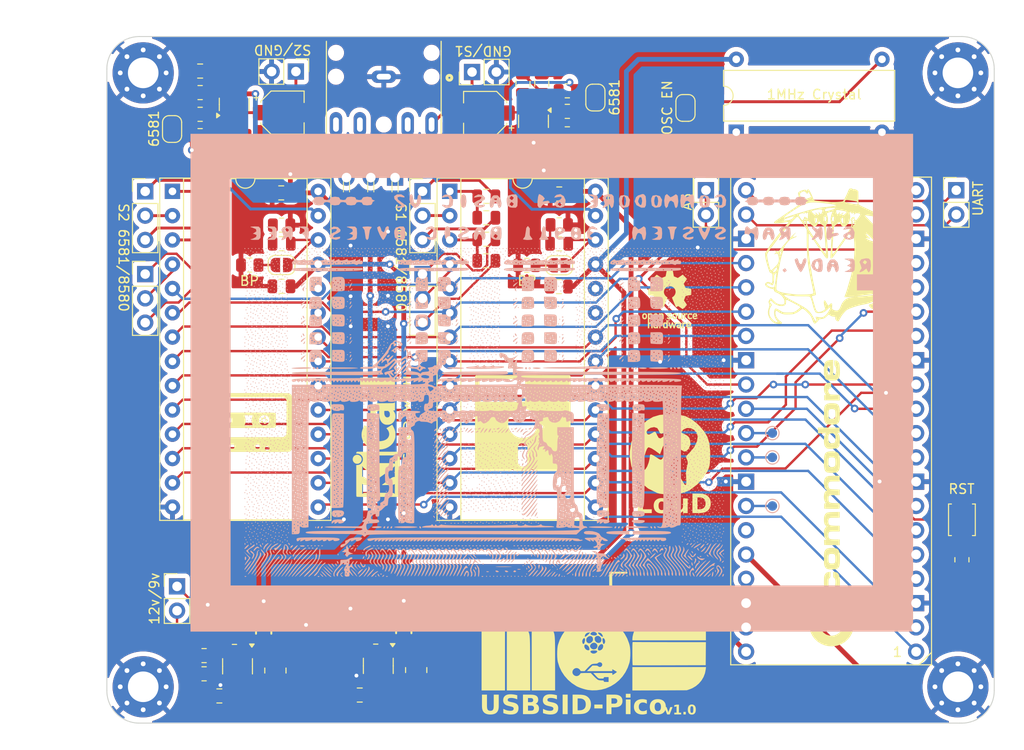
<source format=kicad_pcb>
(kicad_pcb (version 20241229) (generator "pcbnew") (generator_version "9.0")
  (layers (0 "F.Cu" signal) (2 "B.Cu" signal) (13 "F.Paste" user) (15 "B.Paste" user) (5 "F.SilkS" user "F.Silkscreen") (7 "B.SilkS" user "B.Silkscreen") (1 "F.Mask" user) (3 "B.Mask" user) (25 "Edge.Cuts" user))
  (net 0 "")
  (net 1 "VBUS")
  (net 2 "5v")
  (net 3 "VCC")
  (net 4 "GND")
  (net 5 "1MHz")
  (net 6 "PHI")
  (net 7 "A5")
  (net 8 "Net-(J5-Pin_1)")
  (net 9 "Net-(J5-Pin_3)")
  (net 10 "VDD")
  (net 11 "AUDIO SID1")
  (net 12 "Net-(J7-Pin_1)")
  (net 13 "TX")
  (net 14 "RX")
  (net 15 "3v3")
  (net 16 "RUN")
  (net 17 "CS")
  (net 18 "RES")
  (net 19 "CS2")
  (net 20 "RW")
  (net 21 "A4")
  (net 22 "A1")
  (net 23 "D2")
  (net 24 "D4")
  (net 25 "A0")
  (net 26 "GPIO14")
  (net 27 "D5")
  (net 28 "D7")
  (net 29 "A3")
  (net 30 "D3")
  (net 31 "D6")
  (net 32 "A2")
  (net 33 "D1")
  (net 34 "D0")
  (net 35 "GPIO15")
  (net 36 "EN")
  (net 37 "VREF")
  (net 38 "GPIO28")
  (net 39 "GPIO26")
  (net 40 "GPIO27")
  (net 41 "VSYS")
  (net 42 "CAP1A S1")
  (net 43 "CAP1B S1")
  (net 44 "CAP2B S1")
  (net 45 "CAP2A S1")
  (net 46 "CAP1B S2")
  (net 47 "CAP1A S2")
  (net 48 "CAP2B S2")
  (net 49 "CAP2A S2")
  (net 50 "Net-(J7-Pin_3)")
  (net 51 "Net-(J6-Pin_1)")
  (net 52 "Net-(J6-Pin_3)")
  (net 53 "Net-(J8-Pin_1)")
  (net 54 "Net-(J8-Pin_3)")
  (net 55 "Net-(Q1-B)")
  (net 56 "Net-(Q2-B)")
  (net 57 "Net-(Q1-E)")
  (net 58 "Net-(Q2-E)")
  (net 59 "AUDIO OUT S1")
  (net 60 "POT X S1")
  (net 61 "POT Y S1")
  (net 62 "EXT IN S1")
  (net 63 "AUDIO OUT S2")
  (net 64 "AUDIO SID2")
  (net 65 "EXT IN S2")
  (net 66 "POT X S2")
  (net 67 "POT Y S2")
  (net 68 "Net-(D2-A)")
  (net 69 "Net-(D3-A)")
  (net 71 "Net-(U2-FB)")
  (net 72 "Net-(U3-FB)")
  (net 77 "J-AUDIO")
  (net 78 "Net-(C18-Pad2)")
  (net 79 "Net-(C19-Pad2)")
  (net 80 "Net-(J12-Pin_1)")
  (net 81 "Net-(J12-Pin_2)")
  (net 82 "Net-(J10-A)")
  (net 83 "Net-(J15-A)")
  (net 84 "Net-(J17-B)")
  (net 85 "Net-(J18-B)")
  (footprint "Package_TO_SOT_SMD:SOT-23-6" (layer "F.Cu") (at 83.6275 122.8625 -90)
    (property "Reference" "U2")
    (property "Value" "MT3608")
  )
  (footprint "Connector_PinHeader_2.54mm:PinHeader_1x03_P2.54mm_Vertical" (layer "F.Cu") (at 88.25 81.89)
    (property "Reference" "J6")
    (property "Value" "S1 6581/8580 J2")
  )
  (footprint "LouD:spyvsspy_14mm" (layer "F.Cu") (at 131.05 80)
    (property "Reference" "G***" (hide yes))
    (property "Value" "LOGO" (hide yes))
  )
  (footprint "Resistor_SMD:R_0805_2012Metric" (layer "F.Cu") (at 83.3575 119.8525)
    (property "Reference" "R8")
    (property "Value" "1k")
  )
  (footprint "Connector_PinHeader_2.54mm:PinHeader_1x02_P2.54mm_Vertical" (layer "F.Cu") (at 93.43 60.76 90)
    (property "Reference" "J11")
    (property "Value" "GND/S1")
  )
  (footprint "Connector_PinHeader_2.54mm:PinHeader_2x01_P2.54mm_Vertical" (layer "F.Cu") (at 117.89 73.12 -90)
    (property "Reference" "J13")
    (property "Value" "A5")
  )
  (footprint "Capacitor_SMD:C_0805_2012Metric" (layer "F.Cu") (at 94.925 78.25 180)
    (property "Reference" "C6")
    (property "Value" "470pF")
  )
  (footprint "Capacitor_SMD:C_0805_2012Metric" (layer "F.Cu") (at 94.925 73.765 180)
    (property "Reference" "C2")
    (property "Value" "470pF")
  )
  (footprint "Capacitor_SMD:C_0805_2012Metric" (layer "F.Cu") (at 69.63 68.16 -90)
    (property "Reference" "C26")
    (property "Value" "470pF")
  )
  (footprint "Capacitor_SMD:CP_Elec_4x5.3" (layer "F.Cu") (at 94.805 65.05 180)
    (property "Reference" "C14")
    (property "Value" "10uF")
  )
  (footprint "Jumper:SolderJumper-2_P1.3mm_Open_RoundedPad1.0x1.5mm" (layer "F.Cu") (at 115.75 64.515 90)
    (property "Reference" "J4")
    (property "Value" "OSC EN")
  )
  (footprint "Connector_PinHeader_2.54mm:PinHeader_1x02_P2.54mm_Vertical" (layer "F.Cu") (at 144.07 73.12)
    (property "Reference" "J14")
    (property "Value" "UART")
  )
  (footprint "Package_TO_SOT_SMD:SOT-23" (layer "F.Cu") (at 68.56 64.145 90)
    (property "Reference" "Q2")
    (property "Value" "MMBT2222A")
  )
  (footprint "Resistor_SMD:R_0805_2012Metric" (layer "F.Cu") (at 103.395 64.875 180)
    (property "Reference" "R2")
    (property "Value" "1k")
  )
  (footprint "Resistor_SMD:R_0805_2012Metric" (layer "F.Cu") (at 103.395 62.7225 180)
    (property "Reference" "R4")
    (property "Value" "10k")
  )
  (footprint "MountingHole:MountingHole_3.2mm_M3_Pad_Via" (layer "F.Cu") (at 144.24 60.85 180)
    (property "Reference" "H2")
    (property "Value" "MountingHole_Pad")
  )
  (footprint "Resistor_SMD:R_0805_2012Metric" (layer "F.Cu") (at 73.5125 76.775)
    (property "Reference" "R14")
    (property "Value" "100k")
  )
  (footprint "Jumper:SolderJumper-2_P1.3mm_Open_RoundedPad1.0x1.5mm" (layer "F.Cu") (at 106.33 63.43 -90)
    (property "Reference" "J18")
    (property "Value" "6581")
  )
  (footprint "Jumper:SolderJumper-2_P1.3mm_Open_RoundedPad1.0x1.5mm" (layer "F.Cu") (at 62.06 66.72 90)
    (property "Reference" "J17")
    (property "Value" "6581")
  )
  (footprint "Capacitor_SMD:C_0805_2012Metric" (layer "F.Cu") (at 102.54 78.72 180)
    (property "Reference" "C18")
    (property "Value" "100nF")
  )
  (footprint "LouD:SOD-123FL_diode" (layer "F.Cu") (at 86.29 118.6 -90)
    (property "Reference" "D2")
    (property "Value" "MBR120")
  )
  (footprint "Package_DIP:DIP-28_W15.24mm_Socket" (layer "F.Cu") (at 62.1 73.24)
    (property "Reference" "J2")
    (property "Value" "SID2 (DIP28-Wide-socket)")
  )
  (footprint "Connector_PinHeader_2.54mm:PinHeader_1x03_P2.54mm_Vertical" (layer "F.Cu") (at 88.25 73.24)
    (property "Reference" "J5")
    (property "Value" "S1 6581/8580 J1")
  )
  (footprint "Capacitor_SMD:C_0805_2012Metric" (layer "F.Cu") (at 66.025 80.4)
    (property "Reference" "C9")
    (property "Value" "22nF")
  )
  (footprint "Capacitor_SMD:C_0805_2012Metric" (layer "F.Cu") (at 73.77 118.15 -90)
    (property "Reference" "C28")
    (property "Value" "22uF")
  )
  (footprint "MountingHole:MountingHole_3.2mm_M3_Pad_Via" (layer "F.Cu") (at 59.04 60.85 180)
    (property "Reference" "H3")
    (property "Value" "MountingHole_Pad")
  )
  (footprint "Capacitor_SMD:C_0805_2012Metric" (layer "F.Cu") (at 98.76 61.98 90)
    (property "Reference" "C27")
    (property "Value" "470pF")
  )
  (footprint "Capacitor_SMD:C_0805_2012Metric" (layer "F.Cu") (at 100.72 61.98 90)
    (property "Reference" "C10")
    (property "Value" "1000pF")
  )
  (footprint "Resistor_SMD:R_0805_2012Metric" (layer "F.Cu") (at 99.16 80.98 180)
    (property "Reference" "R16")
    (property "Value" "330k")
  )
  (footprint "Resistor_SMD:R_0805_2012Metric" (layer "F.Cu") (at 65.79 118.5095 90)
    (property "Reference" "R15")
    (property "Value" "1k")
  )
  (footprint "LouD:SOD-123FL_diode" (layer "F.Cu") (at 108.73 113.92)
    (property "Reference" "D1")
    (property "Value" "MBR120")
  )
  (footprint "LouD:SOD-123FL_diode" (layer "F.Cu") (at 71.64 118.65 -90)
    (property "Reference" "D3")
    (property "Value" "MBR120")
  )
  (footprint "Connector_PinHeader_2.54mm:PinHeader_1x02_P2.54mm_Vertical" (layer "F.Cu") (at 75.01 60.71 -90)
    (property "Reference" "J16")
    (property "Value" "S2/GND")
  )
  (footprint "Resistor_SMD:R_0805_2012Metric" (layer "F.Cu") (at 65.409 123.693 180)
    (property "Reference" "R12")
    (property "Value" "47k")
  )
  (footprint "Resistor_SMD:R_0805_2012Metric" (layer "F.Cu") (at 80.7175 118.8825 90)
    (property "Reference" "R10")
    (property "Value" "7,5k")
  )
  (footprint "Capacitor_SMD:C_0805_2012Metric" (layer "F.Cu") (at 66.025 78.15 180)
    (property "Reference" "C8")
    (property "Value" "470pF")
  )
  (footprint "Capacitor_SMD:C_0805_2012Metric" (layer "F.Cu") (at 94.925 76)
    (property "Reference" "C3")
    (property "Value" "22nF")
  )
  (footprint "Capacitor_SMD:C_0805_2012Metric" (layer "F.Cu") (at 67.005529 126.006531 180)
    (property "Reference" "C17")
    (property "Value" "22uF")
  )
  (footprint "LouD:RPi_Pico_TH_PinRows_Only" (layer "F.Cu") (at 130.98 97.25 180)
    (property "Reference" "U1")
    (property "Value" "Pico" (hide yes))
  )
  (footprint "Resistor_SMD:R_0805_2012Metric" (layer "F.Cu") (at 64.995 67.41)
    (property "Reference" "R5")
    (property "Value" "10k")
  )
  (footprint "Connector_PinHeader_2.54mm:PinHeader_1x03_P2.54mm_Horizontal" (layer "F.Cu") (at 85.38 71.8 -90)
    (property "Reference" "J9")
    (property "Value" "Audio jumper")
  )
  (footprint "Jumper:SolderJumper-2_P1.3mm_Open_RoundedPad1.0x1.5mm" (layer "F.Cu") (at 102.54 80.97)
    (property "Reference" "J10")
    (property "Value" "BP")
  )
  (footprint "Capacitor_SMD:CP_Elec_4x5.3" (layer "F.Cu") (at 73.61 65.0075)
    (property "Reference" "C15")
    (property "Value" "10uF")
  )
  (footprint "Package_DIP:DIP-14_W7.62mm" (layer "F.Cu") (at 121.06 67.05 90)
    (property "Reference" "J3")
    (property "Value" "1MHz Crystal")
  )
  (footprint "Connector_PinHeader_2.54mm:PinHeader_1x02_P2.54mm_Vertical" (layer "F.Cu") (at 62.58 114.55)
    (property "Reference" "J12")
    (property "Value" "12v/9v")
  )
  (footprint "Resistor_SMD:R_0805_2012Metric" (layer "F.Cu") (at 64.995 62.91)
    (property "Reference" "R7")
    (property "Value" "1k")
  )
  (footprint "LouD:3.5MM_SWITCHCRAFT_35RAPC4BHN2" (layer "F.Cu") (at 84.2 62.25 180)
    (property "Reference" "J20")
    (property "Value" "AudioJack2_Ground_Switch")
  )
  (footprint "Package_DIP:DIP-28_W15.24mm_Socket" (layer "F.Cu") (at 91.1 73.24)
    (property "Reference" "J1")
    (property "Value" "SID1 (DIP28-Wide-socket)")
  )
  (footprint "Resistor_SMD:R_0805_2012Metric" (layer "F.Cu") (at 65.409 121.788 180)
    (property "Reference" "R11")
    (property "Value" "18k")
  )
  (footprint "Package_TO_SOT_SMD:SOT-23-6" (layer "F.Cu") (at 68.905 122.9065 -90)
    (property "Reference" "U3")
    (property "Value" "MT3608")
  )
  (footprint "Resistor_SMD:R_0805_2012Metric" (layer "F.Cu") (at 144.66 111.765 90)
    (property "Reference" "R1")
    (property "Value" "10k")
  )
  (footprint "Jumper:SolderJumper-2_P1.3mm_Open_RoundedPad1.0x1.5mm" (layer "F.Cu") (at 73.51 80.94)
    (property "Reference" "J15")
    (property "Value" "BP")
  )
  (footprint "Capacitor_SMD:C_0805_2012Metric" (layer "F.Cu") (at 73.5 83.17 180)
    (property "Reference" "C22")
    (property "Value" "100nF")
  )
  (footprint "Resistor_SMD:R_0805_2012Metric" (layer "F.Cu") (at 103.395 67.2225 180)
    (property "Reference" "R6")
    (property "Value" "1k")
  )
  (footprint "Capacitor_SMD:C_0805_2012Metric" (layer "F.Cu") (at 67.66 68.16 -90)
    (property "Reference" "C11")
    (property "Value" "1000pF")
  )
  (footprint "Capacitor_SMD:C_0805_2012Metric" (layer "F.Cu") (at 81.6875 125.9125 180)
    (property "Reference" "C16")
    (property "Value" "22uF")
  )
  (footprint "Resistor_SMD:R_0805_2012Metric" (layer "F.Cu") (at 68.584 119.883)
    (property "Reference" "R9")
    (property "Value" "1k")
  )
  (footprint "Package_TO_SOT_SMD:SOT-23" (layer "F.Cu") (at 99.855 65.9125 -90)
    (property "Reference" "Q1")
    (property "Value" "MMBT2222A")
  )
  (footprint "Capacitor_SMD:C_0805_2012Metric" (layer "F.Cu") (at 102.55 73.515)
    (property "Reference" "C24")
    (property "Value" "100nF")
  )
  (footprint "Capacitor_SMD:C_0805_2012Metric" (layer "F.Cu") (at 66.025 73.7 180)
    (property "Reference" "C4")
    (property "Value" "470pF")
  )
  (footprint "Resistor_SMD:R_0805_2012Metric" (layer "F.Cu") (at 102.55 76.74)
    (property "Reference" "R13")
    (property "Value" "100k")
  )
  (footprint "Capacitor_SMD:C_0805_2012Metric" (layer "F.Cu") (at 103.365 69.4725)
    (property "Reference" "C12")
    (property "Value" "100nF")
  )
  (footprint "Capacitor_SMD:C_0805_2012Metric" (layer "F.Cu") (at 83.4175 117.9125 180)
    (property "Reference" "C20")
    (property "Value" "22uF")
  )
  (footprint "Capacitor_SMD:C_0805_2012Metric" (layer "F.Cu") (at 102.51 83.2 180)
    (property "Reference" "C23")
    (property "Value" "100nF")
  )
  (footprint "Capacitor_Tantalum_SMD:CP_EIA-3216-10_Kemet-I_Pad1.58x1.35mm_HandSolder" (layer "F.Cu") (at 108.725 115.8625 180)
    (property "Reference" "C1")
    (property "Value" "10uF")
  )
  (footprint "Connector_PinHeader_2.54mm:PinHeader_1x03_P2.54mm_Vertical" (layer "F.Cu") (at 59.25 73.24)
    (property "Reference" "J7")
    (property "Value" "S2 6581/8580 J1")
  )
  (footprint "LouD:SW_SPST_B3U-1000P_larger_pads" (layer "F.Cu") (at 144.66 107.585 -90)
    (property "Reference" "SW1")
    (property "Value" "RST")
  )
  (footprint "Inductor_SMD:L_1008_2520Metric_Pad1.43x2.20mm_HandSolder" (layer "F.Cu") (at 87.59 123.3 90)
    (property "Reference" "L1")
    (property "Value" "4,7uH 1000mA")
  )
  (footprint "Capacitor_SMD:C_0805_2012Metric" (layer "F.Cu") (at 68.584 117.851 180)
    (property "Reference" "C21")
    (property "Value" "22uF")
  )
  (footprint "LouD:casettetapesmall" (layer "F.Cu") (at 69.68 97.42)
    (property "Reference" "G***" (hide yes))
    (property "Value" "LOGO" (hide yes))
  )
  (footprint "Inductor_SMD:L_1008_2520Metric_Pad1.43x2.20mm_HandSolder" (layer "F.Cu") (at 72.865 123.35 90)
    (property "Reference" "L2")
    (property "Value" "4,7uH 1000mA")
  )
  (footprint "Capacitor_SMD:C_0805_2012Metric" (layer "F.Cu") (at 64.995 60.66 180)
    (property "Reference" "C13")
    (property "Value" "100nF")
  )
  (footprint "LouD:Commodore196x" (layer "F.Cu") (at 131 105.85 90)
    (property "Reference" "G***" (hide yes))
    (property "Value" "LOGO" (hide yes))
  )
  (footprint "LouD:floppy525" (layer "F.Cu") (at 98.74 97.45)
    (property "Reference" "G***" (hide yes))
    (property "Value" "LOGO" (hide yes))
  )
  (footprint "Capacitor_SMD:C_0805_2012Metric" (layer "F.Cu") (at 73.525 78.71 180)
    (property "Reference" "C19")
    (property "Value" "100nF")
  )
  (footprint "MountingHole:MountingHole_3.2mm_M3_Pad_Via" (layer "F.Cu") (at 144.24 125.05 180)
    (property "Reference" "H1")
    (property "Value" "MountingHole_Pad")
  )
  (footprint "Resistor_SMD:R_0805_2012Metric" (layer "F.Cu") (at 70.18 80.95 180)
    (property "Reference" "R17")
    (property "Value" "330k")
  )
  (footprint "Capacitor_SMD:C_0805_2012Metric" (layer "F.Cu") (at 88.42 118.1 -90)
    (property "Reference" "C29")
    (property "Value" "22uF")
  )
  (footprint "Connector_PinHeader_2.54mm:PinHeader_1x03_P2.54mm_Vertical" (layer "F.Cu") (at 59.25 81.89)
    (property "Reference" "J8")
    (property "Value" "S2 6581/8580 J2" (hide yes))
  )
  (footprint "Capacitor_SMD:C_0805_2012Metric" (layer "F.Cu") (at 73.475 73.4)
    (property "Reference" "C25")
    (property "Value" "100nF")
  )
  (footprint "Resistor_SMD:R_0805_2012Metric" (layer "F.Cu") (at 64.995 65.1825)
    (property "Reference" "R3")
    (property "Value" "1k")
  )
  (footprint "Symbol:OSHW-Logo_5.7x6mm_SilkScreen" (layer "F.Cu") (at 114.099193 84.538818)
    (property "Reference" "REF**" (hide yes))
    (property "Value" "OSHW-Logo_5.7x6mm_SilkScreen" (hide yes))
  )
  (footprint "Capacitor_SMD:C_0805_2012Metric" (layer "F.Cu") (at 94.925 80.5)
    (property "Reference" "C7")
    (property "Value" "22nF")
  )
  (footprint "Symbol:KiCad-Logo2_5mm_SilkScreen" (layer "F.Cu") (at 83.934787 98.915493 90)
    (property "Reference" "REF**" (hide yes))
    (property "Value" "KiCad-Logo2_5mm_SilkScreen" (hide yes))
  )
  (footprint "LouD:loudlogosmall" (layer "F.Cu") (at 114.153133 100.723998)
    (property "Reference" "G***" (hide yes))
    (property "Value" "LOGO" (hide yes))
  )
  (footprint "MountingHole:MountingHole_3.2mm_M3_Pad_Via" (layer "F.Cu") (at 59.04 125.05 180)
    (property "Reference" "H4")
    (property "Value" "MountingHole_Pad")
  )
  (footprint "Capacitor_SMD:C_0805_2012Metric" (layer "F.Cu") (at 66.025 75.925)
    (property "Reference" "C5")
    (property "Value" "22nF")
  )
  (footprint "LouD:uspicologo-small" (layer "F.Cu") (at 106.04 121.55)
    (property "Reference" "G***" (hide yes))
    (property "Value" "LOGO" (hide yes))
  )
  (footprint "TestPoint:TestPoint_Pad_D1.0mm" (layer "B.Cu") (at 137.12 75.66 180)
    (property "Reference" "TP1")
    (property "Value" "GPIO14")
  )
  (footprint "TestPoint:TestPoint_Pad_D1.0mm" (layer "B.Cu") (at 124.84 98.52 180)
    (property "Reference" "TP3")
    (property "Value" "GPIO26")
  )
  (footprint "TestPoint:TestPoint_Pad_D1.0mm" (layer "B.Cu") (at 124.84 106.14 180)
    (property "Reference" "TP5")
    (property "Value" "GPIO28")
  )
  (footprint "LouD:ghostbusters-dithered" (layer "B.Cu") (at 94.76275 96.297524 180)
    (property "Reference" "G***")
    (property "Value" "LOGO" (hide yes))
  )
  (footprint "TestPoint:TestPoint_Pad_D1.0mm" (layer "B.Cu") (at 124.84 101.06 180)
    (property "Reference" "TP4")
    (property "Value" "GPIO27")
  )
  (footprint "TestPoint:TestPoint_Pad_D1.0mm" (layer "B.Cu") (at 137.12 73.12 180)
    (property "Reference" "TP2")
    (property "Value" "GPIO15")
  )
  (footprint "LouD:ready" (layer "B.Cu") (at 101.77 93.25 180)
    (property "Reference" "G***" (hide yes))
    (property "Value" "LOGO" (hide yes))
  )
  (gr_line (start 144.64 128.85) (end 144.44 128.85) (stroke (width 0.1)) (layer "Edge.Cuts"))
  (gr_arc (start 148.04 125.45) (mid 147.044163 127.854163) (end 144.64 128.85) (stroke (width 0.1)) (layer "Edge.Cuts"))
  (gr_line (start 58.64 57.05) (end 144.64 57.05) (stroke (width 0.1)) (layer "Edge.Cuts"))
  (gr_arc (start 55.24 60.45) (mid 56.235837 58.045837) (end 58.64 57.05) (stroke (width 0.1)) (layer "Edge.Cuts"))
  (gr_arc (start 144.64 57.05) (mid 147.044163 58.045837) (end 148.04 60.45) (stroke (width 0.1)) (layer "Edge.Cuts"))
  (gr_line (start 148.04 125.45) (end 148.04 60.45) (stroke (width 0.1)) (layer "Edge.Cuts"))
  (gr_line (start 58.54 128.85) (end 144.44 128.85) (stroke (width 0.1)) (layer "Edge.Cuts"))
  (gr_line (start 55.24 125.45) (end 55.24 60.45) (stroke (width 0.1)) (layer "Edge.Cuts"))
  (gr_arc (start 58.533802 128.848341) (mid 56.198579 127.816318) (end 55.24 125.45) (stroke (width 0.1)) (layer "Edge.Cuts"))
  (gr_text "S2/GND" (at 76.72 57.86 180) (layer "F.SilkS") (effects (font (size 1 1)) (justify left bottom)))
  (gr_text "S2 6581/8580" (at 56.4 74.4 270) (layer "F.SilkS") (effects (font (size 1 1)) (justify left bottom)))
  (gr_text "A5" (at 116.475 75.325 90) (layer "F.SilkS") (effects (font (size 1 1)) (justify left bottom)))
  (gr_text "USBSID-Pico" (at 94.21 128.25 0) (layer "F.SilkS") (effects (font (size 2 2)) (justify left bottom)))
  (gr_text "v1.0" (at 113.508 128.11 0) (layer "F.SilkS") (effects (font (size 1 1)) (justify left bottom)))
  (gr_text "S1 6581/8580" (at 85.4 74.4 -90) (layer "F.SilkS") (effects (font (size 1 1)) (justify left bottom)))
  (gr_text "GND/S1" (at 97.69 57.97 180) (layer "F.SilkS") (effects (font (size 1 1)) (justify left bottom)))
  (gr_text "1" (at 137.34 122 0) (layer "F.SilkS") (effects (font (size 1 1)) (justify left bottom)))
  (gr_text "Audio Jumper" (at 91.94 71.24 0) (layer "F.SilkS") (effects (font (size 1 1)) (justify bottom)))
  (gr_text "LouD" (at 110.520064 107.223998 0) (layer "F.SilkS") (effects (font (size 2 2)) (justify left bottom)))
  (segment (start 110.355 115.67) (end 110.1625 115.8625) (width 0.5) (layer "F.Cu") (net 1))
  (segment (start 110.1625 113.9275) (end 110.155 113.92) (width 0.5) (layer "F.Cu") (net 1))
  (segment (start 116.5725 115.8625) (end 110.1625 115.8625) (width 0.5) (layer "F.Cu") (net 1))
  (segment (start 110.355 113.92) (end 110.355 115.67) (width 0.5) (layer "F.Cu") (net 1))
  (segment (start 110.5 116.2) (end 110.1625 115.8625) (width 0.5) (layer "F.Cu") (net 1))
  (segment (start 122.09 121.38) (end 116.5725 115.8625) (width 0.5) (layer "F.Cu") (net 1))
  (segment (start 83.6275 124.7625) (end 83.6275 124) (width 0.5) (layer "F.Cu") (net 2))
  (segment (start 87.59 124.675) (end 90.415 127.5) (width 0.5) (layer "F.Cu") (net 2))
  (segment (start 72.865 124.725) (end 71.94 125.65) (width 0.5) (layer "F.Cu") (net 2))
  (segment (start 87.59 124.675) (end 86.665 125.6) (width 0.5) (layer "F.Cu") (net 2))
  (segment (start 86.665 125.6) (end 84.465 125.6) (width 0.5) (layer "F.Cu") (net 2))
  (segment (start 67.955529 124.044529) (end 67.955 124.044) (width 0.5) (layer "F.Cu") (net 2))
  (segment (start 82.6375 125.9125) (end 82.6375 124.04) (width 0.5) (layer "F.Cu") (net 2))
  (segment (start 107.105 113.92) (end 105.38 113.92) (width 0.5) (layer "F.Cu") (net 2))
  (segment (start 84.465 125.6) (end 83.6275 124.7625) (width 0.5) (layer "F.Cu") (net 2))
  (segment (start 82.6775 124) (end 83.6275 124) (width 0.5) (layer "F.Cu") (net 2))
  (segment (start 67.955529 126.006531) (end 67.955529 124.044529) (width 0.5) (layer "F.Cu") (net 2))
  (segment (start 68.905 124.706499) (end 68.905 124.044) (width 0.5) (layer "F.Cu") (net 2))
  (segment (start 91.8 127.5) (end 91.6 127.5) (width 0.5) (layer "F.Cu") (net 2))
  (segment (start 82.6375 124.04) (end 82.6775 124) (width 0.5) (layer "F.Cu") (net 2))
  (segment (start 67.955 124.044) (end 68.905 124.044) (width 0.5) (layer "F.Cu") (net 2))
  (segment (start 90.2 127.5) (end 75.64 127.5) (width 0.5) (layer "F.Cu") (net 2))
  (segment (start 90.415 127.5) (end 91.6 127.5) (width 0.5) (layer "F.Cu") (net 2))
  (segment (start 71.94 125.65) (end 69.848501 125.65) (width 0.5) (layer "F.Cu") (net 2))
  (segment (start 69.848501 125.65) (end 68.905 124.706499) (width 0.5) (layer "F.Cu") (net 2))
  (segment (start 75.64 127.5) (end 72.865 124.725) (width 0.5) (layer "F.Cu") (net 2))
  (segment (start 91.6 127.5) (end 90.2 127.5) (width 0.5) (layer "F.Cu") (net 2))
  (segment (start 105.38 113.92) (end 91.8 127.5) (width 0.5) (layer "F.Cu") (net 2))
  (segment (start 85.305 116.975) (end 84.3675 117.9125) (width 0.5) (layer "F.Cu") (net 3))
  (segment (start 106.52 111.46) (end 87.28 111.46) (width 0.5) (layer "F.Cu") (net 3))
  (segment (start 103.46 83.2) (end 104 83.2) (width 0.5) (layer "F.Cu") (net 3))
  (segment (start 86.29 116.975) (end 88.245 116.975) (width 0.5) (layer "F.Cu") (net 3))
  (segment (start 86.29 112.45) (end 86.29 116.075) (width 0.5) (layer "F.Cu") (net 3))
  (segment (start 80.715 117.075) (end 80.715 117.9675) (width 0.5) (layer "F.Cu") (net 3))
  (segment (start 74.45 83.17) (end 75.03 83.17) (width 0.5) (layer "F.Cu") (net 3))
  (segment (start 104 83.2) (end 106.34 80.86) (width 0.5) (layer "F.Cu") (net 3))
  (segment (start 109.31 108.67) (end 106.52 111.46) (width 0.5) (layer "F.Cu") (net 3))
  (segment (start 109.31 83.83) (end 109.31 108.67) (width 0.5) (layer "F.Cu") (net 3))
  (segment (start 86.29 106.89) (end 86.29 112.45) (width 0.5) (layer "F.Cu") (net 3))
  (segment (start 86.29 87.08) (end 86.29 82.32) (width 0.5) (layer "F.Cu") (net 3))
  (segment (start 75.03 83.17) (end 77.34 80.86) (width 0.5) (layer "F.Cu") (net 3))
  (segment (start 86.29 116.975) (end 85.305 116.975) (width 0.5) (layer "F.Cu") (net 3))
  (segment (start 87.28 111.46) (end 86.29 112.45) (width 0.5) (layer "F.Cu") (net 3))
  (segment (start 88.245 116.975) (end 88.42 117.15) (width 0.5) (layer "F.Cu") (net 3))
  (segment (start 86.29 116.975) (end 86.29 116.06) (width 0.5) (layer "F.Cu") (net 3))
  (segment (start 80.715 117.9675) (end 80.7175 117.97) (width 0.5) (layer "F.Cu") (net 3))
  (segment (start 86.29 82.32) (end 84.83 80.86) (width 0.5) (layer "F.Cu") (net 3))
  (segment (start 106.34 80.86) (end 109.31 83.83) (width 0.5) (layer "F.Cu") (net 3))
  (via (at 86.29 106.89) (size 0.8) (drill 0.4) (layers "F.Cu" "B.Cu") (net 3))
  (via (at 86.29 87.08) (size 0.8) (drill 0.4) (layers "F.Cu" "B.Cu") (net 3))
  (via (at 80.715 116.87) (size 0.8) (drill 0.4) (layers "F.Cu" "B.Cu") (net 3))
  (via (at 84.83 80.86) (size 0.8) (drill 0.4) (layers "F.Cu" "B.Cu") (net 3))
  (via (at 86.29 116.06) (size 0.8) (drill 0.4) (layers "F.Cu" "B.Cu") (net 3))
  (segment (start 109.57 77.63) (end 106.34 80.86) (width 0.5) (layer "B.Cu") (net 3))
  (segment (start 110.84 59.43) (end 109.57 60.7) (width 0.5) (layer "B.Cu") (net 3))
  (segment (start 84.83 80.86) (end 77.34 80.86) (width 0.5) (layer "B.Cu") (net 3))
  (segment (start 86.29 116.075) (end 81.51 116.075) (width 0.5) (layer "B.Cu") (net 3))
  (segment (start 81.51 116.075) (end 80.715 116.87) (width 0.5) (layer "B.Cu") (net 3))
  (segment (start 121.06 59.43) (end 110.84 59.43) (width 0.5) (layer "B.Cu") (net 3))
  (segment (start 86.29 106.89) (end 86.29 87.08) (width 0.5) (layer "B.Cu") (net 3))
  (segment (start 109.57 60.7) (end 109.57 77.63) (width 0.5) (layer "B.Cu") (net 3))
  (segment (start 69.4965 119.883) (end 68.905 120.4745) (width 0.5) (layer "F.Cu") (net 4))
  (segment (start 72.59 73.465) (end 72.525 73.4) (width 0.5) (layer "F.Cu") (net 4))
  (segment (start 67.5405 122.8315) (end 68.336974 122.8315) (width 0.5) (layer "F.Cu") (net 4))
  (segment (start 68.905 120.4745) (end 68.905 121.769) (width 0.5) (layer "F.Cu") (net 4))
  (segment (start 83.6275 121.725) (end 83.6275 120.495) (width 0.5) (layer "F.Cu") (net 4))
  (segment (start 67.234 123.138) (end 67.5405 122.8315) (width 0.5) (layer "F.Cu") (net 4))
  (segment (start 67.12 124.87) (end 67.19206 124.87) (width 0.5) (layer "F.Cu") (net 4))
  (segment (start 83.6275 120.495) (end 84.27 119.8525) (width 0.5) (layer "F.Cu") (net 4))
  (segment (start 84.27 119.8525) (end 84.27 119.715) (width 0.5) (layer "F.Cu") (net 4))
  (segment (start 83.3725 122.7875) (end 83.6275 122.5325) (width 0.5) (layer "F.Cu") (net 4))
  (segment (start 80.7375 125.9125) (end 80.7375 124.495526) (width 0.5) (layer "F.Cu") (net 4))
  (segment (start 84.27 119.715) (end 82.4675 117.9125) (width 0.5) (layer "F.Cu") (net 4))
  (segment (start 81.34 123.88) (end 81.353026 123.88) (width 0.5) (layer "F.Cu") (net 4))
  (segment (start 67.12 124.94206) (end 67.12 124.87) (width 0.5) (layer "F.Cu") (net 4))
  (segment (start 69.4965 119.7135) (end 67.634 117.851) (width 0.5) (layer "F.Cu") (net 4))
  (segment (start 67.234 124.82806) (end 67.234 123.138) (width 0.5) (layer "F.Cu") (net 4))
  (segment (start 104.345 67.26) (end 104.3075 67.2225) (width 0.5) (layer "F.Cu") (net 4))
  (segment (start 68.905 122.263474) (end 68.905 121.769) (width 0.5) (layer "F.Cu") (net 4))
  (segment (start 81.353026 123.88) (end 82.445526 122.7875) (width 0.5) (layer "F.Cu") (net 4))
  (segment (start 82.445526 122.7875) (end 83.3725 122.7875) (width 0.5) (layer "F.Cu") (net 4))
  (segment (start 66.055529 126.006531) (end 67.12 124.94206) (width 0.5) (layer "F.Cu") (net 4))
  (segment (start 69.4965 119.883) (end 69.4965 119.7135) (width 0.5) (layer "F.Cu") (net 4))
  (segment (start 68.336974 122.8315) (end 68.905 122.263474) (width 0.5) (layer "F.Cu") (net 4))
  (segment (start 83.6275 122.5325) (end 83.6275 121.725) (width 0.5) (layer "F.Cu") (net 4))
  (segment (start 104.345 69.4725) (end 104.345 67.26) (width 0.5) (layer "F.Cu") (net 4))
  (segment (start 81.34 123.893026) (end 81.34 123.88) (width 0.5) (layer "F.Cu") (net 4))
  (segment (start 67.19206 124.87) (end 67.234 124.82806) (width 0.5) (layer "F.Cu") (net 4))
  (segment (start 80.7375 124.495526) (end 81.34 123.893026) (width 0.5) (layer "F.Cu") (net 4))
  (via (at 76.068379 118.577667) (size 0.8) (drill 0.4) (layers "F.Cu" "B.Cu") (net 4))
  (via (at 80.03 107.54) (size 0.8) (drill 0.4) (layers "F.Cu" "B.Cu") (net 4))
  (via (at 80.74 87.35) (size 0.8) (drill 0.4) (layers "F.Cu" "B.Cu") (net 4))
  (via (at 119.74 90.9) (size 0.8) (drill 0.4) (layers "F.Cu" "B.Cu") (net 4))
  (via (at 117.03 79.11) (size 0.8) (drill 0.4) (layers "F.Cu" "B.Cu") (net 4))
  (via (at 67.12 124.87) (size 0.8) (drill 0.4) (layers "F.Cu" "B.Cu") (net 4))
  (via (at 84.64 87.35) (size 0.8) (drill 0.4) (layers "F.Cu" "B.Cu") (net 4))
  (via (at 80.73 78.91) (size 0.8) (drill 0.4) (layers "F.Cu" "B.Cu") (net 4))
  (via (at 84.64 84.15) (size 0.8) (drill 0.4) (layers "F.Cu" "B.Cu") (net 4))
  (via (at 84.65 77.45) (size 0.8) (drill 0.4) (layers "F.Cu" "B.Cu") (net 4))
  (via (at 81.34 123.88) (size 0.8) (drill 0.4) (layers "F.Cu" "B.Cu") (net 4))
  (via (at 113.1 91.06) (size 0.8) (drill 0.4) (layers "F.Cu" "B.Cu") (net 4))
  (via (at 80.73 84.21) (size 0.8) (drill 0.4) (layers "F.Cu" "B.Cu") (net 4))
  (via (at 119.97 103.58) (size 0.8) (drill 0.4) (layers "F.Cu" "B.Cu") (net 4))
  (via (at 84.635 107.54) (size 0.8) (drill 0.4) (layers "F.Cu" "B.Cu") (net 4))
  (segment (start 131.865 63.865) (end 136.3 59.43) (width 0.3) (layer "F.Cu") (net 5))
  (segment (start 115.75 63.865) (end 131.865 63.865) (width 0.3) (layer "F.Cu") (net 5))
  (segment (start 110.861586 82.39) (end 110.861586 82.388414) (width 0.3) (layer "F.Cu") (net 6))
  (segment (start 115.84 87.368414) (end 115.84 91.26) (width 0.25) (layer "F.Cu") (net 6))
  (segment (start 115.84 91.26) (end 118.02 93.44) (width 0.25) (layer "F.Cu") (net 6))
  (segment (start 110.861586 82.39) (end 111.04 82.39) (width 0.25) (layer "F.Cu") (net 6))
  (segment (start 118.02 93.44) (end 122.09 93.44) (width 0.25) (layer "F.Cu") (net 6))
  (segment (start 84.39 85.84) (end 78.76028 85.84) (width 0.25) (layer "F.Cu") (net 6))
  (segment (start 115.75 77.5) (end 115.75 65.165) (width 0.3) (layer "F.Cu") (net 6))
  (segment (start 62.775 85.94) (end 62.1 85.94) (width 0.25) (layer "F.Cu") (net 6))
  (segment (start 78.76028 85.84) (end 77.78528 84.865) (width 0.25) (layer "F.Cu") (net 6))
  (segment (start 110.861586 82.388414) (end 115.75 77.5) (width 0.3) (layer "F.Cu") (net 6))
  (segment (start 63.85 84.865) (end 62.775 85.94) (width 0.25) (layer "F.Cu") (net 6))
  (segment (start 77.78528 84.865) (end 63.85 84.865) (width 0.25) (layer "F.Cu") (net 6))
  (segment (start 110.861586 82.39) (end 115.84 87.368414) (width 0.25) (layer "F.Cu") (net 6))
  (via (at 84.39 85.84) (size 0.8) (drill 0.4) (layers "F.Cu" "B.Cu") (net 6))
  (via (at 110.861586 82.39) (size 0.8) (drill 0.4) (layers "F.Cu" "B.Cu") (net 6))
  (segment (start 91.005 85.845) (end 84.395 85.845) (width 0.25) (layer "B.Cu") (net 6))
  (segment (start 106.39528 84.865) (end 92.175 84.865) (width 0.25) (layer "B.Cu") (net 6))
  (segment (start 108.87028 82.39) (end 110.861586 82.39) (width 0.25) (layer "B.Cu") (net 6))
  (segment (start 91.1 85.94) (end 92.175 84.865) (width 0.25) (layer "B.Cu") (net 6))
  (segment (start 106.39528 84.865) (end 108.87028 82.39) (width 0.25) (layer "B.Cu") (net 6))
  (segment (start 91.1 85.94) (end 91.005 85.845) (width 0.25) (layer "B.Cu") (net 6))
  (segment (start 84.395 85.845) (end 84.39 85.84) (width 0.25) (layer "B.Cu") (net 6))
  (segment (start 138.455 79.325) (end 120.352919 79.325) (width 0.25) (layer "F.Cu") (net 7))
  (segment (start 117.89 75.66) (end 117.89 73.12) (width 0.25) (layer "F.Cu") (net 7))
  (segment (start 120.352919 79.325) (end 117.89 76.862081) (width 0.25) (layer "F.Cu") (net 7))
  (segment (start 139.87 80.74) (end 138.455 79.325) (width 0.25) (layer "F.Cu") (net 7))
  (segment (start 117.89 76.862081) (end 117.89 75.66) (width 0.25) (layer "F.Cu") (net 7))
  (segment (start 94.2 72.09) (end 89.39 72.09) (width 0.3) (layer "F.Cu") (net 8))
  (segment (start 89.39 72.09) (end 88.25 73.23) (width 0.3) (layer "F.Cu") (net 8))
  (segment (start 95.875 73.765) (end 94.2 72.09) (width 0.3) (layer "F.Cu") (net 8))
  (segment (start 89.39 77.17) (end 94.705 77.17) (width 0.3) (layer "F.Cu") (net 9))
  (segment (start 88.25 78.31) (end 89.39 77.17) (width 0.3) (layer "F.Cu") (net 9))
  (segment (start 94.705 77.17) (end 95.875 76) (width 0.3) (layer "F.Cu") (net 9))
  (segment (start 70.77 63.04) (end 68.7275 63.04) (width 0.5) (layer "F.Cu") (net 10))
  (segment (start 71.64 117.025) (end 70.36 117.025) (width 0.5) (layer "F.Cu") (net 10))
  (segment (start 110.061586 76.961586) (end 106.34 73.24) (width 0.5) (layer "F.Cu") (net 10))
  (segment (start 71.64 117.025) (end 71.64 116.1) (width 0.5) (layer "F.Cu") (net 10))
  (segment (start 65.79 116.675) (end 65.79 117.597) (width 0.5) (layer "F.Cu") (net 10))
  (segment (start 77.18 73.4) (end 77.34 73.24) (width 0.5) (layer "F.Cu") (net 10))
  (segment (start 74.43 73.395) (end 74.425 73.4) (width 0.5) (layer "F.Cu") (net 10))
  (segment (start 99.87 66.865) (end 99.855 66.85) (width 0.5) (layer "F.Cu") (net 10))
  (segment (start 82.78 78.68) (end 77.34 73.24) (width 0.5) (layer "F.Cu") (net 10))
  (segment (start 102.445 69.4725) (end 101.045 68.0725) (width 0.5) (layer "F.Cu") (net 10))
  (segment (start 100.93 71.05) (end 101.035 71.05) (width 0.5) (layer "F.Cu") (net 10))
  (segment (start 103.775 73.24) (end 103.5 73.515) (width 0.5) (layer "F.Cu") (net 10))
  (segment (start 99.855 68.135) (end 99.87 68.15) (width 0.5) (layer "F.Cu") (net 10))
  (segment (start 82.78 84.15) (end 82.78 78.68) (width 0.5) (layer "F.Cu") (net 10))
  (segment (start 101.045 68.0725) (end 99.855 66.8825) (width 0.5) (layer "F.Cu") (net 10))
  (segment (start 74.425 73.4) (end 77.18 73.4) (width 0.5) (layer "F.Cu") (net 10))
  (segment (start 99.855 66.85) (end 99.855 68.135) (width 0.5) (layer "F.Cu") (net 10))
  (segment (start 101.035 71.05) (end 103.5 73.515) (width 0.5) (layer "F.Cu") (net 10))
  (segment (start 70.36 117.025) (end 69.534 117.851) (width 0.5) (layer "F.Cu") (net 10))
  (segment (start 106.34 73.24) (end 103.775 73.24) (width 0.5) (layer "F.Cu") (net 10))
  (segment (start 68.7275 63.04) (end 68.56 63.2075) (width 0.5) (layer "F.Cu") (net 10))
  (segment (start 71.64 117.025) (end 73.595 117.025) (width 0.5) (layer "F.Cu") (net 10))
  (segment (start 68.56 63.2075) (end 66.0125 60.66) (width 0.5) (layer "F.Cu") (net 10))
  (segment (start 74.43 71.44) (end 74.43 73.395) (width 0.5) (layer "F.Cu") (net 10))
  (segment (start 66.0125 60.66) (end 65.945 60.66) (width 0.5) (layer "F.Cu") (net 10))
  (segment (start 110.061586 108.94408) (end 110.061586 76.961586) (width 0.5) (layer "F.Cu") (net 10))
  (segment (start 99.855 66.8825) (end 99.855 66.85) (width 0.5) (layer "F.Cu") (net 10))
  (segment (start 106.065 73.515) (end 106.34 73.24) (width 0.3) (layer "F.Cu") (net 10))
  (segment (start 73.595 117.025) (end 73.77 117.2) (width 0.5) (layer "F.Cu") (net 10))
  (via (at 71.64 116.1) (size 0.8) (drill 0.4) (layers "F.Cu" "B.Cu") (net 10))
  (via (at 82.78 84.15) (size 0.8) (drill 0.4) (layers "F.Cu" "B.Cu") (net 10))
  (via (at 99.87 68.15) (size 0.8) (drill 0.4) (layers "F.Cu" "B.Cu") (net 10))
  (via (at 74.43 71.44) (size 0.8) (drill 0.4) (layers "F.Cu" "B.Cu") (net 10))
  (via (at 100.93 71.05) (size 0.8) (drill 0.4) (layers "F.Cu" "B.Cu") (net 10))
  (via (at 110.061586 108.94408) (size 0.8) (drill 0.4) (layers "F.Cu" "B.Cu") (net 10))
  (via (at 65.79 116.47) (size 0.8) (drill 0.4) (layers "F.Cu" "B.Cu") (net 10))
  (via (at 70.77 63.04) (size 0.8) (drill 0.4) (layers "F.Cu" "B.Cu") (net 10))
  (segment (start 71.64 112.28) (end 72.45 111.47) (width 0.5) (layer "B.Cu") (net 10))
  (segment (start 70.77 63.04) (end 70.77 67.78) (width 0.5) (layer "B.Cu") (net 10))
  (segment (start 70.77 67.78) (end 74.43 71.44) (width 0.5) (layer "B.Cu") (net 10))
  (segment (start 99.87 69.99) (end 100.93 71.05) (width 0.5) (layer "B.Cu") (net 10))
  (segment (start 99.87 68.15) (end 99.87 69.99) (width 0.5) (layer "B.Cu") (net 10))
  (segment (start 72.45 111.47) (end 79.37 111.47) (width 0.5) (layer "B.Cu") (net 10))
  (segment (start 71.64 116.1) (end 66.16 116.1) (width 0.5) (layer "B.Cu") (net 10))
  (segment (start 71.64 116.1) (end 71.64 112.28) (width 0.5) (layer "B.Cu") (net 10))
  (segment (start 82.78 108.06) (end 82.78 84.15) (width 0.5) (layer "B.Cu") (net 10))
  (segment (start 79.37 111.47) (end 82.78 108.06) (width 0.5) (layer "B.Cu") (net 10))
  (segment (start 66.16 116.1) (end 65.79 116.47) (width 0.5) (layer "B.Cu") (net 10))
  (segment (start 107.535666 111.47) (end 110.061586 108.94408) (width 0.5) (layer "B.Cu") (net 10))
  (segment (start 79.37 111.47) (end 107.535666 111.47) (width 0.5) (layer "B.Cu") (net 10))
  (segment (start 93.43 60.76) (end 93.43 64.625) (width 0.3) (layer "F.Cu") (net 11))
  (segment (start 93.005 65.05) (end 93.435 64.62) (width 0.25) (layer "F.Cu") (net 11))
  (segment (start 90.4 65.05) (end 89.2 66.25) (width 0.3) (layer "F.Cu") (net 11))
  (segment (start 93.005 65.05) (end 90.4 65.05) (width 0.3) (layer "F.Cu") (net 11))
  (segment (start 93.43 64.625) (end 93.005 65.05) (width 0.4) (layer "F.Cu") (net 11))
  (segment (start 89.2 66.25) (end 89.2 67.98) (width 0.3) (layer "B.Cu") (net 11))
  (segment (start 89.2 67.98) (end 85.38 71.8) (width 0.3) (layer "B.Cu") (net 11))
  (segment (start 65.365 72.09) (end 66.975 73.7) (width 0.3) (layer "F.Cu") (net 12))
  (segment (start 60.4 72.09) (end 65.365 72.09) (width 0.3) (layer "F.Cu") (net 12))
  (segment (start 59.25 73.24) (end 60.4 72.09) (width 0.3) (layer "F.Cu") (net 12))
  (segment (start 144.07 73.12) (end 142.945 74.245) (width 0.25) (layer "F.Cu") (net 13))
  (segment (start 142.945 74.245) (end 123.215 74.245) (width 0.25) (layer "F.Cu") (net 13))
  (segment (start 123.215 74.245) (end 122.09 73.12) (width 0.25) (layer "F.Cu") (net 13))
  (segment (start 122.035 73.175) (end 122.09 73.12) (width 0.25) (layer "B.Cu") (net 13))
  (segment (start 123.215 76.785) (end 142.945 76.785) (width 0.25) (layer "F.Cu") (net 14))
  (segment (start 122.09 75.66) (end 123.215 76.785) (width 0.25) (layer "F.Cu") (net 14))
  (segment (start 142.945 76.785) (end 144.07 75.66) (width 0.25) (layer "F.Cu") (net 14))
  (segment (start 122.09 75.66) (end 122.035 75.715) (width 0.25) (layer "B.Cu") (net 14))
  (segment (start 134.38 123.51) (end 122.09 111.22) (width 0.5) (layer "F.Cu") (net 15))
  (segment (start 144.66 119.138831) (end 140.288831 123.51) (width 0.5) (layer "F.Cu") (net 15))
  (segment (start 144.66 112.6775) (end 144.66 119.138831) (width 0.5) (layer "F.Cu") (net 15))
  (segment (start 140.288831 123.51) (end 134.38 123.51) (width 0.5) (layer "F.Cu") (net 15))
  (segment (start 136.05 103.58) (end 138.57 106.1) (width 0.25) (layer "F.Cu") (net 16))
  (segment (start 138.57 106.430991) (end 139.694009 107.555) (width 0.25) (layer "F.Cu") (net 16))
  (segment (start 141.075 107.555) (end 142.88 109.36) (width 0.25) (layer "F.Cu") (net 16))
  (segment (start 138.57 106.1) (end 138.57 106.430991) (width 0.25) (layer "F.Cu") (net 16))
  (segment (start 139.694009 107.555) (end 141.075 107.555) (width 0.25) (layer "F.Cu") (net 16))
  (segment (start 144.66 110.8525) (end 144.66 109.285) (width 0.25) (layer "F.Cu") (net 16))
  (segment (start 142.88 109.36) (end 144.66 109.36) (width 0.25) (layer "F.Cu") (net 16))
  (segment (start 145.05375 109.285) (end 144.66 109.285) (width 0.25) (layer "F.Cu") (net 16))
  (via (at 136.05 103.58) (size 0.8) (drill 0.4) (layers "F.Cu" "B.Cu") (net 16))
  (segment (start 128.45 95.98) (end 136.05 103.58) (width 0.25) (layer "B.Cu") (net 16))
  (segment (start 122.09 95.98) (end 128.45 95.98) (width 0.25) (layer "B.Cu") (net 16))
  (segment (start 104.725 91.02) (end 105.8 89.945) (width 0.25) (layer "F.Cu") (net 17))
  (segment (start 107.005 89.945) (end 108.44 88.51) (width 0.25) (layer "F.Cu") (net 17))
  (segment (start 105.8 89.945) (end 107.005 89.945) (width 0.25) (layer "F.Cu") (net 17))
  (segment (start 108.44 88.51) (end 108.44 86.63) (width 0.25) (layer "F.Cu") (net 17))
  (segment (start 91.1 91.02) (end 104.725 91.02) (width 0.25) (layer "F.Cu") (net 17))
  (segment (start 108.44 86.63) (end 108.51 86.56) (width 0.25) (layer "F.Cu") (net 17))
  (via (at 108.51 86.56) (size 0.8) (drill 0.4) (layers "F.Cu" "B.Cu") (net 17))
  (segment (start 109.25 85.82) (end 122.09 85.82) (width 0.25) (layer "B.Cu") (net 17))
  (segment (start 108.51 86.56) (end 109.25 85.82) (width 0.25) (layer "B.Cu") (net 17))
  (segment (start 62.1 83.4) (end 63.175 84.475) (width 0.25) (layer "B.Cu") (net 18))
  (segment (start 109.55 80.74) (end 122.09 80.74) (width 0.25) (layer "B.Cu") (net 18))
  (segment (start 91.1 83.4) (end 92.175 82.325) (width 0.25) (layer "B.Cu") (net 18))
  (segment (start 77.78528 84.475) (end 79.24528 83.015) (width 0.25) (layer "B.Cu") (net 18))
  (segment (start 107.965 82.325) (end 92.175 82.325) (width 0.25) (layer "B.Cu") (net 18))
  (segment (start 63.175 84.475) (end 77.78528 84.475) (width 0.25) (layer "B.Cu") (net 18))
  (segment (start 79.24528 83.015) (end 90.715 83.015) (width 0.25) (layer "B.Cu") (net 18))
  (segment (start 90.715 83.015) (end 91.1 83.4) (width 0.25) (layer "B.Cu") (net 18))
  (segment (start 107.965 82.325) (end 109.55 80.74) (width 0.25) (layer "B.Cu") (net 18))
  (segment (start 63.175 89.945) (end 62.1 91.02) (width 0.25) (layer "F.Cu") (net 19))
  (segment (start 87.45472 90.57472) (end 87.46 90.58) (width 0.25) (layer "F.Cu") (net 19))
  (segment (start 77.78528 89.945) (end 63.175 89.945) (width 0.25) (layer "F.Cu") (net 19))
  (segment (start 78.415 90.57472) (end 77.78528 89.945) (width 0.25) (layer "F.Cu") (net 19))
  (segment (start 87.44472 90.57472) (end 87.45472 90.57472) (width 0.25) (layer "F.Cu") (net 19))
  (segment (start 87.44472 90.57472) (end 78.415 90.57472) (width 0.25) (layer "F.Cu") (net 19))
  (via (at 87.46 90.58) (size 0.8) (drill 0.4) (layers "F.Cu" "B.Cu") (net 19))
  (segment (start 106.849314 89.945) (end 108.434314 88.36) (width 0.25) (layer "B.Cu") (net 19))
  (segment (start 108.434314 88.36) (end 122.09 88.36) (width 0.25) (layer "B.Cu") (net 19))
  (segment (start 88.095 89.945) (end 106.849314 89.945) (width 0.25) (layer "B.Cu") (net 19))
  (segment (start 87.46 90.58) (end 88.095 89.945) (width 0.25) (layer "B.Cu") (net 19))
  (segment (start 78.86028 88.48) (end 77.75528 87.375) (width 0.25) (layer "F.Cu") (net 20))
  (segment (start 77.75528 87.375) (end 63.205 87.375) (width 0.25) (layer "F.Cu") (net 20))
  (segment (start 91.1 88.48) (end 78.86028 88.48) (width 0.25) (layer "F.Cu") (net 20))
  (segment (start 63.205 87.375) (end 62.1 88.48) (width 0.25) (layer "F.Cu") (net 20))
  (segment (start 92.175 87.405) (end 91.1 88.48) (width 0.25) (layer "B.Cu") (net 20))
  (segment (start 106.39528 87.405) (end 92.175 87.405) (width 0.25) (layer "B.Cu") (net 20))
  (segment (start 122.09 83.28) (end 110.52028 83.28) (width 0.25) (layer "B.Cu") (net 20))
  (segment (start 110.52028 83.28) (end 106.39528 87.405) (width 0.25) (layer "B.Cu") (net 20))
  (segment (start 121.37 102.22) (end 126.215405 102.22) (width 0.25) (layer "F.Cu") (net 21))
  (segment (start 121.37 102.22) (end 119.63 102.22) (width 0.25) (layer "F.Cu") (net 21))
  (segment (start 63.175 102.645) (end 62.1 103.72) (width 0.25) (layer "F.Cu") (net 21))
  (segment (start 126.215405 102.22) (end 134.125405 94.31) (width 0.25) (layer "F.Cu") (net 21))
  (segment (start 119.63 102.22) (end 118.19 103.66) (width 0.25) (layer "F.Cu") (net 21))
  (segment (start 79.36528 102.645) (end 63.175 102.645) (width 0.25) (layer "F.Cu") (net 21))
  (segment (start 91.1 103.72) (end 80.44028 103.72) (width 0.25) (layer "F.Cu") (net 21))
  (segment (start 80.44028 103.72) (end 79.36528 102.645) (width 0.25) (layer "F.Cu") (net 21))
  (segment (start 134.125405 94.31) (end 136.72 94.31) (width 0.25) (layer "F.Cu") (net 21))
  (via (at 118.19 103.66) (size 0.8) (drill 0.4) (layers "F.Cu" "B.Cu") (net 21))
  (via (at 136.72 94.31) (size 0.8) (drill 0.4) (layers "F.Cu" "B.Cu") (net 21))
  (segment (start 106.78528 102.645) (end 92.175 102.645) (width 0.25) (layer "B.Cu") (net 21))
  (segment (start 118.19 103.66) (end 107.80028 103.66) (width 0.25) (layer "B.Cu") (net 21))
  (segment (start 137.74 85.41) (end 139.87 83.28) (width 0.25) (layer "B.Cu") (net 21))
  (segment (start 107.80028 103.66) (end 106.78528 102.645) (width 0.25) (layer "B.Cu") (net 21))
  (segment (start 137.74 93.29) (end 137.74 85.41) (width 0.25) (layer "B.Cu") (net 21))
  (segment (start 136.72 94.31) (end 137.74 93.29) (width 0.25) (layer "B.Cu") (net 21))
  (segment (start 92.175 102.645) (end 91.1 103.72) (width 0.25) (layer "B.Cu") (net 21))
  (segment (start 120.44 95.425) (end 121.01 94.855) (width 0.25) (layer "F.Cu") (net 22))
  (segment (start 63.175 95.025) (end 62.1 96.1) (width 0.25) (layer "F.Cu") (net 22))
  (segment (start 121.01 94.855) (end 123.185 94.855) (width 0.25) (layer "F.Cu") (net 22))
  (segment (start 139.87 93.44) (end 128.28 93.44) (width 0.25) (layer "F.Cu") (net 22))
  (segment (start 80.44028 96.1) (end 79.36528 95.025) (width 0.25) (layer "F.Cu") (net 22))
  (segment (start 124.6 93.44) (end 124.95 93.44) (width 0.25) (layer "F.Cu") (net 22))
  (segment (start 123.24 94.8) (end 124.6 93.44) (width 0.25) (layer "F.Cu") (net 22))
  (segment (start 123.185 94.855) (end 123.24 94.8) (width 0.25) (layer "F.Cu") (net 22))
  (segment (start 79.36528 95.025) (end 63.175 95.025) (width 0.25) (layer "F.Cu") (net 22))
  (segment (start 91.1 96.1) (end 80.44028 96.1) (width 0.25) (layer "F.Cu") (net 22))
  (via (at 128.28 93.44) (size 0.8) (drill 0.4) (layers "F.Cu" "B.Cu") (net 22))
  (via (at 120.44 95.425) (size 0.8) (drill 0.4) (layers "F.Cu" "B.Cu") (net 22))
  (via (at 124.95 93.44) (size 0.8) (drill 0.4) (layers "F.Cu" "B.Cu") (net 22))
  (segment (start 117.84 95.95) (end 119.915 95.95) (width 0.25) (layer "B.Cu") (net 22))
  (segment (start 124.95 93.44) (end 128.28 93.44) (width 0.25) (layer "B.Cu") (net 22))
  (segment (start 91.1 96.1) (end 92.175 95.025) (width 0.25) (layer "B.Cu") (net 22))
  (segment (start 107.19 95.025) (end 108.115 95.95) (width 0.25) (layer "B.Cu") (net 22))
  (segment (start 119.915 95.95) (end 120.44 95.425) (width 0.25) (layer "B.Cu") (net 22))
  (segment (start 108.115 95.95) (end 117.84 95.95) (width 0.25) (layer "B.Cu") (net 22))
  (segment (start 92.175 95.025) (end 107.19 95.025) (width 0.25) (layer "B.Cu") (net 22))
  (segment (start 78.92 101.18) (end 77.34 101.18) (width 0.25) (layer "F.Cu") (net 23))
  (segment (start 106.34 101.18) (end 105.265 102.255) (width 0.25) (layer "F.Cu") (net 23))
  (segment (start 105.265 102.255) (end 79.995 102.255) (width 0.25) (layer "F.Cu") (net 23))
  (segment (start 79.995 102.255) (end 78.92 101.18) (width 0.25) (layer "F.Cu") (net 23))
  (segment (start 128.585 102.475) (end 139.87 113.76) (width 0.25) (layer "B.Cu") (net 23))
  (segment (start 107.635 102.475) (end 128.585 102.475) (width 0.25) (layer "B.Cu") (net 23))
  (segment (start 106.34 101.18) (end 107.635 102.475) (width 0.25) (layer "B.Cu") (net 23))
  (segment (start 79.995 97.175) (end 78.92 96.1) (width 0.25) (layer "F.Cu") (net 24))
  (segment (start 78.92 96.1) (end 77.34 96.1) (width 0.25) (layer "F.Cu") (net 24))
  (segment (start 105.265 97.175) (end 79.995 97.175) (width 0.25) (layer "F.Cu") (net 24))
  (segment (start 106.34 96.1) (end 105.265 97.175) (width 0.25) (layer "F.Cu") (net 24))
  (segment (start 128.295 97.105) (end 139.87 108.68) (width 0.25) (layer "B.Cu") (net 24))
  (segment (start 106.34 96.1) (end 107.345 97.105) (width 0.25) (layer "B.Cu") (net 24))
  (segment (start 107.345 97.105) (end 128.295 97.105) (width 0.25) (layer "B.Cu") (net 24))
  (segment (start 63.175 92.485) (end 79.355 92.485) (width 0.25) (layer "F.Cu") (net 25))
  (segment (start 133.47 95.98) (end 139.87 95.98) (width 0.25) (layer "F.Cu") (net 25))
  (segment (start 80.43 93.56) (end 91.1 93.56) (width 0.25) (layer "F.Cu") (net 25))
  (segment (start 62.1 93.56) (end 63.175 92.485) (width 0.25) (layer "F.Cu") (net 25))
  (segment (start 133.44 95.95) (end 133.47 95.98) (width 0.25) (layer "F.Cu") (net 25))
  (segment (start 79.355 92.485) (end 80.43 93.56) (width 0.25) (layer "F.Cu") (net 25))
  (via (at 133.44 95.95) (size 0.8) (drill 0.4) (layers "F.Cu" "B.Cu") (net 25))
  (segment (start 129.79 92.3) (end 133.44 95.95) (width 0.25) (layer "B.Cu") (net 25))
  (segment (start 92.36 92.3) (end 125.965 92.3) (width 0.25) (layer "B.Cu") (net 25))
  (segment (start 91.1 93.56) (end 92.36 92.3) (width 0.25) (layer "B.Cu") (net 25))
  (segment (start 125.29 92.3) (end 129.79 92.3) (width 0.25) (layer "B.Cu") (net 25))
  (segment (start 137.12 75.66) (end 139.87 75.66) (width 0.25) (layer "B.Cu") (net 26))
  (segment (start 78.92 93.56) (end 77.34 93.56) (width 0.25) (layer "F.Cu") (net 27))
  (segment (start 79.995 94.635) (end 78.92 93.56) (width 0.25) (layer "F.Cu") (net 27))
  (segment (start 106.34 93.56) (end 105.265 94.635) (width 0.25) (layer "F.Cu") (net 27))
  (segment (start 105.265 94.635) (end 79.995 94.635) (width 0.25) (layer "F.Cu") (net 27))
  (segment (start 128.48 94.75) (end 139.87 106.14) (width 0.25) (layer "B.Cu") (net 27))
  (segment (start 106.34 93.56) (end 107.53 94.75) (width 0.25) (layer "B.Cu") (net 27))
  (segment (start 107.53 94.75) (end 128.48 94.75) (width 0.25) (layer "B.Cu") (net 27))
  (segment (start 78.415 89.555) (end 77.34 88.48) (width 0.25) (layer "F.Cu") (net 28))
  (segment (start 106.34 88.48) (end 105.265 89.555) (width 0.25) (layer "F.Cu") (net 28))
  (segment (start 105.265 89.555) (end 78.415 89.555) (width 0.25) (layer "F.Cu") (net 28))
  (segment (start 107.585 87.235) (end 128.585 87.235) (width 0.25) (layer "B.Cu") (net 28))
  (segment (start 128.585 87.235) (end 139.87 98.52) (width 0.25) (layer "B.Cu") (net 28))
  (segment (start 106.34 88.48) (end 107.585 87.235) (width 0.25) (layer "B.Cu") (net 28))
  (segment (start 127.265 95.905) (end 127.265 93.205) (width 0.25) (layer "F.Cu") (net 29))
  (segment (start 79.36528 100.105) (end 63.175 100.105) (width 0.25) (layer "F.Cu") (net 29))
  (segment (start 134.5 85.82) (end 139.87 85.82) (width 0.25) (layer "F.Cu") (net 29))
  (segment (start 127.265 93.205) (end 131.88 88.59) (width 0.25) (layer "F.Cu") (net 29))
  (segment (start 123.235 99.935) (end 127.265 95.905) (width 0.25) (layer "F.Cu") (net 29))
  (segment (start 120.44 100.32) (end 120.825 99.935) (width 0.25) (layer "F.Cu") (net 29))
  (segment (start 120.825 99.935) (end 123.235 99.935) (width 0.25) (layer "F.Cu") (net 29))
  (segment (start 139.6 85.55) (end 139.87 85.82) (width 0.25) (layer "F.Cu") (net 29))
  (segment (start 91.1 101.18) (end 80.44028 101.18) (width 0.25) (layer "F.Cu") (net 29))
  (segment (start 134.37 85.95) (end 134.5 85.82) (width 0.25) (layer "F.Cu") (net 29))
  (segment (start 63.175 100.105) (end 62.1 101.18) (width 0.25) (layer "F.Cu") (net 29))
  (segment (start 80.44028 101.18) (end 79.36528 100.105) (width 0.25) (layer "F.Cu") (net 29))
  (via (at 131.88 88.59) (size 0.8) (drill 0.4) (layers "F.Cu" "B.Cu") (net 29))
  (via (at 134.37 85.95) (size 0.8) (drill 0.4) (layers "F.Cu" "B.Cu") (net 29))
  (via (at 120.44 100.32) (size 0.8) (drill 0.4) (layers "F.Cu" "B.Cu") (net 29))
  (segment (start 131.88 88.44) (end 134.37 85.95) (width 0.25) (layer "B.Cu") (net 29))
  (segment (start 108.015 100.95) (end 107.17 100.105) (width 0.25) (layer "B.Cu") (net 29))
  (segment (start 117.74 100.95) (end 108.015 100.95) (width 0.25) (layer "B.Cu") (net 29))
  (segment (start 131.88 88.59) (end 131.88 88.44) (width 0.25) (layer "B.Cu") (net 29))
  (segment (start 117.74 100.95) (end 119.81 100.95) (width 0.25) (layer "B.Cu") (net 29))
  (segment (start 92.175 100.105) (end 107.17 100.105) (width 0.25) (layer "B.Cu") (net 29))
  (segment (start 119.81 100.95) (end 120.44 100.32) (width 0.25) (layer "B.Cu") (net 29))
  (segment (start 91.1 101.18) (end 92.175 100.105) (width 0.25) (layer "B.Cu") (net 29))
  (segment (start 79.995 99.715) (end 78.92 98.64) (width 0.25) (layer "F.Cu") (net 30))
  (segment (start 78.92 98.64) (end 77.34 98.64) (width 0.25) (layer "F.Cu") (net 30))
  (segment (start 105.265 99.715) (end 79.995 99.715) (width 0.25) (layer "F.Cu") (net 30))
  (segment (start 106.34 98.64) (end 105.265 99.715) (width 0.25) (layer "F.Cu") (net 30))
  (segment (start 128.295 99.645) (end 139.87 111.22) (width 0.25) (layer "B.Cu") (net 30))
  (segment (start 106.34 98.64) (end 107.345 99.645) (width 0.25) (layer "B.Cu") (net 30))
  (segment (start 107.345 99.645) (end 128.295 99.645) (width 0.25) (layer "B.Cu") (net 30))
  (segment (start 104.875 92.485) (end 106.34 91.02) (width 0.25) (layer "F.Cu") (net 31))
  (segment (start 77.34 91.02) (end 78.85 91.02) (width 0.25) (layer "F.Cu") (net 31))
  (segment (start 78.85 91.02) (end 80.315 92.485) (width 0.25) (layer "F.Cu") (net 31))
  (segment (start 80.315 92.485) (end 104.875 92.485) (width 0.25) (layer "F.Cu") (net 31))
  (segment (start 107.6 89.76) (end 128.57 89.76) (width 0.25) (layer "B.Cu") (net 31))
  (segment (start 106.34 91.02) (end 107.6 89.76) (width 0.25) (layer "B.Cu") (net 31))
  (segment (start 128.57 89.76) (end 139.87 101.06) (width 0.25) (layer "B.Cu") (net 31))
  (segment (start 131.05 87.8) (end 139.31 87.8) (width 0.25) (layer "F.Cu") (net 32))
  (segment (start 80.44028 98.64) (end 79.36528 97.565) (width 0.25) (layer "F.Cu") (net 32))
  (segment (start 126.25 92.6) (end 131.05 87.8) (width 0.25) (layer "F.Cu") (net 32))
  (segment (start 79.36528 97.565) (end 63.175 97.565) (width 0.25) (layer "F.Cu") (net 32))
  (segment (start 124.405 97.395) (end 126.25 95.55) (width 0.25) (layer "F.Cu") (net 32))
  (segment (start 139.31 87.8) (end 139.87 88.36) (width 0.25) (layer "F.Cu") (net 32))
  (segment (start 120.44 97.86) (end 120.905 97.395) (width 0.25) (layer "F.Cu") (net 32))
  (segment (start 120.905 97.395) (end 124.405 97.395) (width 0.25) (layer "F.Cu") (net 32))
  (segment (start 63.175 97.565) (end 62.1 98.64) (width 0.25) (layer "F.Cu") (net 32))
  (segment (start 126.25 95.55) (end 126.25 92.6) (width 0.25) (layer "F.Cu") (net 32))
  (segment (start 91.1 98.64) (end 80.44028 98.64) (width 0.25) (layer "F.Cu") (net 32))
  (via (at 120.44 97.86) (size 0.8) (drill 0.4) (layers "F.Cu" "B.Cu") (net 32))
  (segment (start 119.85 98.45) (end 120.44 97.86) (width 0.25) (layer "B.Cu") (net 32))
  (segment (start 91.1 98.64) (end 92.175 97.565) (width 0.25) (layer "B.Cu") (net 32))
  (segment (start 92.175 97.565) (end 107.03 97.565) (width 0.25) (layer "B.Cu") (net 32))
  (segment (start 117.84 98.45) (end 119.85 98.45) (width 0.25) (layer "B.Cu") (net 32))
  (segment (start 107.915 98.45) (end 107.03 97.565) (width 0.25) (layer "B.Cu") (net 32))
  (segment (start 117.84 98.45) (end 107.915 98.45) (width 0.25) (layer "B.Cu") (net 32))
  (segment (start 105.265 104.795) (end 79.995 104.795) (width 0.25) (layer "F.Cu") (net 33))
  (segment (start 79.995 104.795) (end 78.92 103.72) (width 0.25) (layer "F.Cu") (net 33))
  (segment (start 106.34 103.72) (end 105.265 104.795) (width 0.25) (layer "F.Cu") (net 33))
  (segment (start 78.92 103.72) (end 77.34 103.72) (width 0.25) (layer "F.Cu") (net 33))
  (segment (start 125.755 104.725) (end 139.87 118.84) (width 0.25) (layer "B.Cu") (net 33))
  (segment (start 107.345 104.725) (end 125.755 104.725) (width 0.25) (layer "B.Cu") (net 33))
  (segment (start 106.34 103.72) (end 107.345 104.725) (width 0.25) (layer "B.Cu") (net 33))
  (segment (start 78.6 105.99) (end 88.33 105.99) (width 0.25) (layer "F.Cu") (net 34))
  (segment (start 77.34 106.26) (end 77.61 105.99) (width 0.25) (layer "F.Cu") (net 34))
  (segment (start 77.61 105.99) (end 78.6 105.99) (width 0.25) (layer "F.Cu") (net 34))
  (via (at 88.38 106) (size 0.8) (drill 0.4) (layers "F.Cu" "B.Cu") (net 34))
  (segment (start 107.345 107.265) (end 125.755 107.265) (width 0.25) (layer "B.Cu") (net 34))
  (segment (start 105.265 105.185) (end 89.195 105.185) (width 0.25) (layer "B.Cu") (net 34))
  (segment (start 125.755 107.265) (end 139.87 121.38) (width 0.25) (layer "B.Cu") (net 34))
  (segment (start 106.34 106.26) (end 107.345 107.265) (width 0.25) (layer "B.Cu") (net 34))
  (segment (start 106.34 106.26) (end 105.265 105.185) (width 0.25) (layer "B.Cu") (net 34))
  (segment (start 89.195 105.185) (end 88.38 106) (width 0.25) (layer "B.Cu") (net 34))
  (segment (start 137.12 73.12) (end 139.87 73.12) (width 0.25) (layer "B.Cu") (net 35))
  (segment (start 122.09 106.14) (end 124.84 106.14) (width 0.25) (layer "B.Cu") (net 38))
  (segment (start 124.84 98.52) (end 122.09 98.52) (width 0.25) (layer "B.Cu") (net 39))
  (segment (start 124.84 101.06) (end 122.09 101.06) (width 0.25) (layer "B.Cu") (net 40))
  (segment (start 93.975 73.765) (end 93.975 76) (width 0.3) (layer "F.Cu") (net 42))
  (segment (start 93.45 73.24) (end 91.1 73.24) (width 0.3) (layer "F.Cu") (net 42))
  (segment (start 93.975 73.765) (end 93.45 73.24) (width 0.3) (layer "F.Cu") (net 42))
  (segment (start 88.25 75.77) (end 91.09 75.77) (width 0.3) (layer "F.Cu") (net 43))
  (segment (start 91.09 75.77) (end 91.1 75.78) (width 0.3) (layer "F.Cu") (net 43))
  (segment (start 91.1 81.605) (end 91.1 80.86) (width 0.25) (layer "F.Cu") (net 44))
  (segment (start 88.25 84.455) (end 91.1 81.605) (width 0.25) (layer "F.Cu") (net 44))
  (segment (start 91.1 78.32) (end 93.905 78.32) (width 0.3) (layer "F.Cu") (net 45))
  (segment (start 93.975 78.25) (end 93.975 80.5) (width 0.3) (layer "F.Cu") (net 45))
  (segment (start 93.905 78.32) (end 93.975 78.25) (width 0.3) (layer "F.Cu") (net 45))
  (segment (start 59.25 75.78) (end 62.1 75.78) (width 0.3) (layer "F.Cu") (net 46))
  (segment (start 65.075 73.7) (end 65.075 75.925) (width 0.3) (layer "F.Cu") (net 47))
  (segment (start 62.1 73.24) (end 64.615 73.24) (width 0.3) (layer "F.Cu") (net 47))
  (segment (start 64.615 73.24) (end 65.075 73.7) (width 0.3) (layer "F.Cu") (net 47))
  (segment (start 59.25 84.45) (end 62.1 81.6) (width 0.25) (layer "F.Cu") (net 48))
  (segment (start 62.1 81.6) (end 62.1 80.86) (width 0.25) (layer "F.Cu") (net 48))
  (segment (start 62.1 78.32) (end 64.905 78.32) (width 0.3) (layer "F.Cu") (net 49))
  (segment (start 65.075 78.15) (end 65.075 80.4) (width 0.3) (layer "F.Cu") (net 49))
  (segment (start 64.905 78.32) (end 65.075 78.15) (width 0.3) (layer "F.Cu") (net 49))
  (segment (start 59.25 78.32) (end 60.495 77.075) (width 0.3) (layer "F.Cu") (net 50))
  (segment (start 60.495 77.075) (end 65.825 77.075) (width 0.3) (layer "F.Cu") (net 50))
  (segment (start 65.825 77.075) (end 66.975 75.925) (width 0.3) (layer "F.Cu") (net 50))
  (segment (start 94.44939 81.5) (end 95.0125 80.93689) (width 0.25) (layer "F.Cu") (net 51))
  (segment (start 88.25 81.915) (end 90.38 79.785) (width 0.25) (layer "F.Cu") (net 51))
  (segment (start 90.38 79.785) (end 91.78561 79.785) (width 0.25) (layer "F.Cu") (net 51))
  (segment (start 95.0125 80.93689) (end 95.0125 79.1125) (width 0.25) (layer "F.Cu") (net 51))
  (segment (start 95.0125 79.1125) (end 95.875 78.25) (width 0.25) (layer "F.Cu") (net 51))
  (segment (start 91.78561 79.785) (end 93.50061 81.5) (width 0.25) (layer "F.Cu") (net 51))
  (segment (start 93.50061 81.5) (end 94.44939 81.5) (width 0.25) (layer "F.Cu") (net 51))
  (segment (start 88.25 86.995) (end 90.77 84.475) (width 0.25) (layer "F.Cu") (net 52))
  (segment (start 95.875 80.6525) (end 95.875 80.5) (width 0.25) (layer "F.Cu") (net 52))
  (segment (start 92.0525 84.475) (end 95.875 80.6525) (width 0.25) (layer "F.Cu") (net 52))
  (segment (start 90.77 84.475) (end 92.0525 84.475) (width 0.25) (layer "F.Cu") (net 52))
  (segment (start 61.395 79.765) (end 59.25 81.91) (width 0.25) (layer "F.Cu") (net 53))
  (segment (start 62.52528 79.765) (end 61.395 79.765) (width 0.25) (layer "F.Cu") (net 53))
  (segment (start 65.85 81.09939) (end 65.54939 81.4) (width 0.25) (layer "F.Cu") (net 53))
  (segment (start 65.54939 81.4) (end 64.16028 81.4) (width 0.25) (layer "F.Cu") (net 53))
  (segment (start 64.16028 81.4) (end 62.52528 79.765) (width 0.25) (layer "F.Cu") (net 53))
  (segment (start 66.975 78.15) (end 65.85 79.275) (width 0.25) (layer "F.Cu") (net 53))
  (segment (start 65.85 79.275) (end 65.85 81.09939) (width 0.25) (layer "F.Cu") (net 53))
  (segment (start 59.25 86.99) (end 61.375 84.865) (width 0.25) (layer "F.Cu") (net 54))
  (segment (start 61.375 84.865) (end 62.738186 84.865) (width 0.25) (layer "F.Cu") (net 54))
  (segment (start 62.738186 84.865) (end 66.975 80.628186) (width 0.25) (layer "F.Cu") (net 54))
  (segment (start 66.975 80.628186) (end 66.975 80.4) (width 0.25) (layer "F.Cu") (net 54))
  (segment (start 100.72 62.93) (end 100.72 64.89) (width 0.3) (layer "F.Cu") (net 55))
  (segment (start 98.82 61.03) (end 98.76 61.03) (width 0.3) (layer "F.Cu") (net 55))
  (segment (start 100.72 64.89) (end 100.805 64.975) (width 0.3) (layer "F.Cu") (net 55))
  (segment (start 102.4825 62.7225) (end 100.9275 62.7225) (width 0.3) (layer "F.Cu") (net 55))
  (segment (start 100.72 62.93) (end 98.82 61.03) (width 0.3) (layer "F.Cu") (net 55))
  (segment (start 100.9275 62.7225) (end 100.72 62.93) (width 0.3) (layer "F.Cu") (net 55))
  (segment (start 67.66 67.21) (end 67.66 65.1325) (width 0.3) (layer "F.Cu") (net 56))
  (segment (start 67.46 67.41) (end 67.66 67.21) (width 0.3) (layer "F.Cu") (net 56))
  (segment (start 67.66 67.21) (end 69.56 69.11) (width 0.3) (layer "F.Cu") (net 56))
  (segment (start 67.66 65.1325) (end 67.61 65.0825) (width 0.3) (layer "F.Cu") (net 56))
  (segment (start 69.56 69.11) (end 69.63 69.11) (width 0.3) (layer "F.Cu") (net 56))
  (segment (start 65.9075 67.41) (end 67.46 67.41) (width 0.3) (layer "F.Cu") (net 56))
  (segment (start 96.68 64.975) (end 96.605 65.05) (width 0.25) (layer "F.Cu") (net 57))
  (segment (start 98.905 64.975) (end 96.68 64.975) (width 0.25) (layer "F.Cu") (net 57))
  (segment (start 101.66939 67.2225) (end 99.42189 64.975) (width 0.3) (layer "F.Cu") (net 57))
  (segment (start 102.4825 67.2225) (end 101.66939 67.2225) (width 0.3) (layer "F.Cu") (net 57))
  (segment (start 98.76 62.93) (end 98.76 64.83) (width 0.3) (layer "F.Cu") (net 57))
  (segment (start 98.76 64.83) (end 98.905 64.975) (width 0.3) (layer "F.Cu") (net 57))
  (segment (start 99.42189 64.975) (end 98.905 64.975) (width 0.3) (layer "F.Cu") (net 57))
  (segment (start 69.585 65.0075) (end 69.51 65.0825) (width 0.3) (layer "F.Cu") (net 58))
  (segment (start 65.9075 62.91) (end 66.780196 62.91) (width 0.3) (layer "F.Cu") (net 58))
  (segment (start 69.63 65.2025) (end 69.51 65.0825) (width 0.3) (layer "F.Cu") (net 58))
  (segment (start 66.884448 62.91) (end 69.056948 65.0825) (width 0.3) (layer "F.Cu") (net 58))
  (segment (start 66.780196 62.91) (end 66.884448 62.91) (width 0.3) (layer "F.Cu") (net 58))
  (segment (start 69.056948 65.0825) (end 69.51 65.0825) (width 0.3) (layer "F.Cu") (net 58))
  (segment (start 69.63 67.21) (end 69.63 65.2025) (width 0.3) (layer "F.Cu") (net 58))
  (segment (start 71.81 65.0075) (end 69.585 65.0075) (width 0.3) (layer "F.Cu") (net 58))
  (segment (start 106.33 62.78) (end 104.365 62.78) (width 0.3) (layer "F.Cu") (net 59))
  (segment (start 103.63 62.045) (end 104.3075 62.7225) (width 0.3) (layer "F.Cu") (net 59))
  (segment (start 104.365 62.78) (end 104.3075 62.7225) (width 0.3) (layer "F.Cu") (net 59))
  (segment (start 103.63 61.85) (end 103.63 62.045) (width 0.3) (layer "F.Cu") (net 59))
  (via (at 103.63 61.85) (size 0.8) (drill 0.4) (layers "F.Cu" "B.Cu") (net 59))
  (segment (start 105.67 75.11) (end 106.34 75.78) (width 0.3) (layer "B.Cu") (net 59))
  (segment (start 98.13 61.85) (end 97.44 62.54) (width 0.3) (layer "B.Cu") (net 59))
  (segment (start 99.68 75.11) (end 105.67 75.11) (width 0.3) (layer "B.Cu") (net 59))
  (segment (start 97.44 62.54) (end 97.44 72.87) (width 0.3) (layer "B.Cu") (net 59))
  (segment (start 103.63 61.85) (end 98.13 61.85) (width 0.3) (layer "B.Cu") (net 59))
  (segment (start 97.44 72.87) (end 99.68 75.11) (width 0.3) (layer "B.Cu") (net 59))
  (segment (start 105.84 78.32) (end 106.34 78.32) (width 0.25) (layer "F.Cu") (net 62))
  (segment (start 103.89 78.32) (end 103.49 78.72) (width 0.25) (layer "F.Cu") (net 62))
  (segment (start 106.34 78.32) (end 103.89 78.32) (width 0.25) (layer "F.Cu") (net 62))
  (segment (start 103.19 80.97) (end 105.84 78.32) (width 0.25) (layer "F.Cu") (net 62))
  (segment (start 62.06 67.37) (end 64.0425 67.37) (width 0.3) (layer "F.Cu") (net 63))
  (segment (start 64.0425 67.37) (end 64.0825 67.41) (width 0.3) (layer "F.Cu") (net 63))
  (segment (start 64.0825 68.8925) (end 64.12 68.93) (width 0.3) (layer "F.Cu") (net 63))
  (segment (start 64.0825 67.41) (end 64.0825 68.8925) (width 0.3) (layer "F.Cu") (net 63))
  (via (at 64.12 68.93) (size 0.8) (drill 0.4) (layers "F.Cu" "B.Cu") (net 63))
  (segment (start 70.27 75.08) (end 76.64 75.08) (width 0.3) (layer "B.Cu") (net 63))
  (segment (start 76.64 75.08) (end 77.34 75.78) (width 0.3) (layer "B.Cu") (net 63))
  (segment (start 64.12 68.93) (end 70.27 75.08) (width 0.3) (layer "B.Cu") (net 63))
  (segment (start 75.01 60.71) (end 75.01 64.6075) (width 0.3) (layer "F.Cu") (net 64))
  (segment (start 80.3 71.8) (end 75.41 66.91) (width 0.3) (layer "F.Cu") (net 64))
  (segment (start 75.01 64.6075) (end 75.41 65.0075) (width 0.4) (layer "F.Cu") (net 64))
  (segment (start 75.41 66.91) (end 75.41 65.0075) (width 0.3) (layer "F.Cu") (net 64))
  (segment (start 74.16 80.94) (end 76.78 78.32) (width 0.25) (layer "F.Cu") (net 65))
  (segment (start 77.34 78.32) (end 74.865 78.32) (width 0.25) (layer "F.Cu") (net 65))
  (segment (start 76.78 78.32) (end 77.34 78.32) (width 0.25) (layer "F.Cu") (net 65))
  (segment (start 74.865 78.32) (end 74.475 78.71) (width 0.25) (layer "F.Cu") (net 65))
  (segment (start 87.59 121.39) (end 87.59 121.925) (width 0.5) (layer "F.Cu") (net 68))
  (segment (start 86.425 120.225) (end 87.59 121.39) (width 0.5) (layer "F.Cu") (net 68))
  (segment (start 84.7775 121.925) (end 84.5775 121.725) (width 0.5) (layer "F.Cu") (net 68))
  (segment (start 87.59 121.925) (end 84.7775 121.925) (width 0.5) (layer "F.Cu") (net 68))
  (segment (start 86.29 120.225) (end 86.0775 120.225) (width 0.5) (layer "F.Cu") (net 68))
  (segment (start 86.29 120.225) (end 86.425 120.225) (width 0.5) (layer "F.Cu") (net 68))
  (segment (start 86.0775 120.225) (end 84.5775 121.725) (width 0.5) (layer "F.Cu") (net 68))
  (segment (start 70.061 121.975) (end 69.855 121.769) (width 0.5) (layer "F.Cu") (net 69))
  (segment (start 71.865 120.275) (end 72.865 121.275) (width 0.5) (layer "F.Cu") (net 69))
  (segment (start 71.64 120.275) (end 71.349 120.275) (width 0.5) (layer "F.Cu") (net 69))
  (segment (start 71.349 120.275) (end 69.855 121.769) (width 0.5) (layer "F.Cu") (net 69))
  (segment (start 72.865 121.275) (end 72.865 121.975) (width 0.5) (layer "F.Cu") (net 69))
  (segment (start 69.992 121.906) (end 69.855 121.769) (width 0.25) (layer "F.Cu") (net 69))
  (segment (start 71.64 120.275) (end 71.865 120.275) (width 0.5) (layer "F.Cu") (net 69))
  (segment (start 82.6775 121.725) (end 82.6775 120.085) (width 0.25) (layer "F.Cu") (net 71))
  (segment (start 82.6775 120.085) (end 82.445 119.8525) (width 0.25) (layer "F.Cu") (net 71))
  (segment (start 80.7175 119.795) (end 82.3875 119.795) (width 0.25) (layer "F.Cu") (net 71))
  (segment (start 82.3875 119.795) (end 82.445 119.8525) (width 0.25) (layer "F.Cu") (net 71))
  (segment (start 67.955 120.1665) (end 67.6715 119.883) (width 0.25) (layer "F.Cu") (net 72))
  (segment (start 67.936 121.788) (end 67.955 121.769) (width 0.25) (layer "F.Cu") (net 72))
  (segment (start 66.3215 121.788) (end 67.936 121.788) (width 0.25) (layer "F.Cu") (net 72))
  (segment (start 66.3215 121.788) (end 66.3215 123.693) (width 0.25) (layer "F.Cu") (net 72))
  (segment (start 67.955 121.769) (end 67.955 120.1665) (width 0.25) (layer "F.Cu") (net 72))
  (segment (start 79.2 68.16) (end 82.84 71.8) (width 0.3) (layer "B.Cu") (net 77))
  (segment (start 79.2 66.25) (end 79.2 68.16) (width 0.3) (layer "B.Cu") (net 77))
  (segment (start 101.59 76.7875) (end 101.6375 76.74) (width 0.25) (layer "F.Cu") (net 78))
  (segment (start 101.59 78.72) (end 101.59 76.7875) (width 0.25) (layer "F.Cu") (net 78))
  (segment (start 72.575 78.71) (end 72.575 76.8) (width 0.25) (layer "F.Cu") (net 79))
  (segment (start 72.575 76.8) (end 72.6 76.775) (width 0.25) (layer "F.Cu") (net 79))
  (segment (start 64.4965 120.7155) (end 65.79 119.422) (width 0.25) (layer "F.Cu") (net 80))
  (segment (start 64.27 116.24) (end 64.27 117.902) (width 0.25) (layer "F.Cu") (net 80))
  (segment (start 64.4965 121.788) (end 64.4965 120.7155) (width 0.25) (layer "F.Cu") (net 80))
  (segment (start 65.79 119.422) (end 64.27 117.902) (width 0.25) (layer "F.Cu") (net 80))
  (segment (start 62.58 114.55) (end 64.27 116.24) (width 0.25) (layer "F.Cu") (net 80))
  (segment (start 64.4965 121.788) (end 64.4965 121.2591) (width 0.25) (layer "F.Cu") (net 80))
  (segment (start 62.58 121.7765) (end 64.4965 123.693) (width 0.25) (layer "F.Cu") (net 81))
  (segment (start 62.58 117.09) (end 62.58 121.7765) (width 0.25) (layer "F.Cu") (net 81))
  (segment (start 64.4965 123.693) (end 64.3904 123.693) (width 0.25) (layer "F.Cu") (net 81))
  (segment (start 101.88 80.98) (end 101.89 80.97) (width 0.25) (layer "F.Cu") (net 82))
  (segment (start 100.0725 80.98) (end 101.88 80.98) (width 0.25) (layer "F.Cu") (net 82))
  (segment (start 72.86 80.94) (end 71.1025 80.94) (width 0.25) (layer "F.Cu") (net 83))
  (segment (start 71.1025 80.94) (end 71.0925 80.95) (width 0.25) (layer "F.Cu") (net 83))
  (segment (start 62.1725 66.1825) (end 62.06 66.07) (width 0.3) (layer "F.Cu") (net 84))
  (segment (start 64.9075 66.1825) (end 62.1725 66.1825) (width 0.3) (layer "F.Cu") (net 84))
  (segment (start 65.9075 65.1825) (end 64.9075 66.1825) (width 0.3) (layer "F.Cu") (net 84))
  (segment (start 106.125 63.875) (end 106.33 64.08) (width 0.3) (layer "F.Cu") (net 85))
  (segment (start 102.4825 64.875) (end 103.4825 63.875) (width 0.3) (layer "F.Cu") (net 85))
  (segment (start 103.4825 63.875) (end 106.125 63.875) (width 0.3) (layer "F.Cu") (net 85))
  (zone (net 0) (net_name "") (layers "F.Cu" "B.Cu") (connect_pads (clearance 0)) (min_thickness 0.25)
    (keepout (tracks allowed) (vias allowed) (pads allowed) (copperpour not_allowed) (footprints allowed))
    (fill (thermal_gap 0.5) (thermal_bridge_width 0.5))
    (polygon (pts (xy 92.255 83.38) (xy 97.175 83.38) (xy 97.175 71.92) (xy 92.255 71.92)))
  )
  (zone (net 4) (net_name "GND") (layers "F.Cu" "B.Cu") (priority 2) (connect_pads (clearance 0.5)) (min_thickness 0.25) (fill yes (thermal_gap 0.5) (thermal_bridge_width 0.5))
    (polygon (pts (xy 55.24 128.85) (xy 148.04 128.85) (xy 148.04 57.05) (xy 55.24 57.05)))
  )
  (zone (net 0) (net_name "") (layers "F.Cu" "B.Cu") (connect_pads (clearance 0)) (min_thickness 0.25)
    (keepout (tracks allowed) (vias allowed) (pads allowed) (copperpour not_allowed) (footprints allowed))
    (fill (thermal_gap 0.5) (thermal_bridge_width 0.5))
    (polygon (pts (xy 137.57 66.41) (xy 137.56 60.07) (xy 119.79 60.07) (xy 119.79 66.42)))
  )
  (zone (net 0) (net_name "") (layers "F.Cu" "B.Cu") (connect_pads (clearance 0)) (min_thickness 0.25)
    (keepout (tracks allowed) (vias allowed) (pads allowed) (copperpour not_allowed) (footprints allowed))
    (fill (thermal_gap 0.5) (thermal_bridge_width 0.5))
    (polygon (pts (xy 76.18 107.585) (xy 63.26 107.585) (xy 63.26 83.375) (xy 76.18 83.375)))
  )
  (zone (net 0) (net_name "") (layers "F.Cu" "B.Cu") (connect_pads (clearance 0)) (min_thickness 0.25)
    (keepout (tracks allowed) (vias allowed) (pads allowed) (copperpour not_allowed) (footprints allowed))
    (fill (thermal_gap 0.5) (thermal_bridge_width 0.5))
    (polygon (pts (xy 63.26 83.375) (xy 68.29 83.375) (xy 68.29 71.915) (xy 63.26 71.915)))
  )
  (zone (net 0) (net_name "") (layers "F.Cu" "B.Cu") (connect_pads (clearance 0)) (min_thickness 0.25)
    (keepout (tracks allowed) (vias allowed) (pads allowed) (copperpour not_allowed) (footprints allowed))
    (fill (thermal_gap 0.5) (thermal_bridge_width 0.5))
    (polygon (pts (xy 138.86 122.75) (xy 123.09 122.75) (xy 123.1 71.76) (xy 138.86 71.75)))
  )
  (zone (net 0) (net_name "") (layers "F.Cu" "B.Cu") (connect_pads (clearance 0)) (min_thickness 0.25)
    (keepout (tracks allowed) (vias allowed) (pads allowed) (copperpour not_allowed) (footprints allowed))
    (fill (thermal_gap 0.5) (thermal_bridge_width 0.5))
    (polygon (pts (xy 105.175 107.59) (xy 92.255 107.59) (xy 92.255 83.38) (xy 105.175 83.38)))
  )
)
</source>
